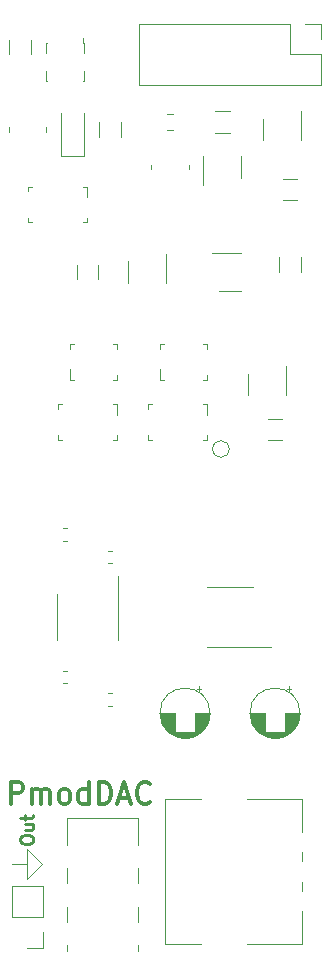
<source format=gbr>
%TF.GenerationSoftware,KiCad,Pcbnew,(5.1.5)-3*%
%TF.CreationDate,2020-11-01T10:27:24+01:00*%
%TF.ProjectId,PmodDAC,506d6f64-4441-4432-9e6b-696361645f70,v0.2*%
%TF.SameCoordinates,Original*%
%TF.FileFunction,Legend,Top*%
%TF.FilePolarity,Positive*%
%FSLAX46Y46*%
G04 Gerber Fmt 4.6, Leading zero omitted, Abs format (unit mm)*
G04 Created by KiCad (PCBNEW (5.1.5)-3) date 2020-11-01 10:27:24*
%MOMM*%
%LPD*%
G04 APERTURE LIST*
%ADD10C,0.120000*%
%ADD11C,0.275000*%
%ADD12C,0.300000*%
G04 APERTURE END LIST*
D10*
X-132715000Y-92710000D02*
X-132715000Y-91440000D01*
X-131445000Y-91440000D02*
X-132715000Y-92710000D01*
X-132715000Y-90170000D02*
X-131445000Y-91440000D01*
X-132715000Y-91440000D02*
X-132715000Y-90170000D01*
X-133985000Y-91440000D02*
X-132715000Y-91440000D01*
D11*
X-133317380Y-89435666D02*
X-133317380Y-89226142D01*
X-133265000Y-89121380D01*
X-133160238Y-89016619D01*
X-132950714Y-88964238D01*
X-132584047Y-88964238D01*
X-132374523Y-89016619D01*
X-132269761Y-89121380D01*
X-132217380Y-89226142D01*
X-132217380Y-89435666D01*
X-132269761Y-89540428D01*
X-132374523Y-89645190D01*
X-132584047Y-89697571D01*
X-132950714Y-89697571D01*
X-133160238Y-89645190D01*
X-133265000Y-89540428D01*
X-133317380Y-89435666D01*
X-132950714Y-88021380D02*
X-132217380Y-88021380D01*
X-132950714Y-88492809D02*
X-132374523Y-88492809D01*
X-132269761Y-88440428D01*
X-132217380Y-88335666D01*
X-132217380Y-88178523D01*
X-132269761Y-88073761D01*
X-132322142Y-88021380D01*
X-132950714Y-87654714D02*
X-132950714Y-87235666D01*
X-133317380Y-87497571D02*
X-132374523Y-87497571D01*
X-132269761Y-87445190D01*
X-132217380Y-87340428D01*
X-132217380Y-87235666D01*
D12*
X-134141428Y-86285285D02*
X-134141428Y-84485285D01*
X-133455714Y-84485285D01*
X-133284285Y-84571000D01*
X-133198571Y-84656714D01*
X-133112857Y-84828142D01*
X-133112857Y-85085285D01*
X-133198571Y-85256714D01*
X-133284285Y-85342428D01*
X-133455714Y-85428142D01*
X-134141428Y-85428142D01*
X-132341428Y-86285285D02*
X-132341428Y-85085285D01*
X-132341428Y-85256714D02*
X-132255714Y-85171000D01*
X-132084285Y-85085285D01*
X-131827142Y-85085285D01*
X-131655714Y-85171000D01*
X-131570000Y-85342428D01*
X-131570000Y-86285285D01*
X-131570000Y-85342428D02*
X-131484285Y-85171000D01*
X-131312857Y-85085285D01*
X-131055714Y-85085285D01*
X-130884285Y-85171000D01*
X-130798571Y-85342428D01*
X-130798571Y-86285285D01*
X-129684285Y-86285285D02*
X-129855714Y-86199571D01*
X-129941428Y-86113857D01*
X-130027142Y-85942428D01*
X-130027142Y-85428142D01*
X-129941428Y-85256714D01*
X-129855714Y-85171000D01*
X-129684285Y-85085285D01*
X-129427142Y-85085285D01*
X-129255714Y-85171000D01*
X-129170000Y-85256714D01*
X-129084285Y-85428142D01*
X-129084285Y-85942428D01*
X-129170000Y-86113857D01*
X-129255714Y-86199571D01*
X-129427142Y-86285285D01*
X-129684285Y-86285285D01*
X-127541428Y-86285285D02*
X-127541428Y-84485285D01*
X-127541428Y-86199571D02*
X-127712857Y-86285285D01*
X-128055714Y-86285285D01*
X-128227142Y-86199571D01*
X-128312857Y-86113857D01*
X-128398571Y-85942428D01*
X-128398571Y-85428142D01*
X-128312857Y-85256714D01*
X-128227142Y-85171000D01*
X-128055714Y-85085285D01*
X-127712857Y-85085285D01*
X-127541428Y-85171000D01*
X-126684285Y-86285285D02*
X-126684285Y-84485285D01*
X-126255714Y-84485285D01*
X-125998571Y-84571000D01*
X-125827142Y-84742428D01*
X-125741428Y-84913857D01*
X-125655714Y-85256714D01*
X-125655714Y-85513857D01*
X-125741428Y-85856714D01*
X-125827142Y-86028142D01*
X-125998571Y-86199571D01*
X-126255714Y-86285285D01*
X-126684285Y-86285285D01*
X-124970000Y-85771000D02*
X-124112857Y-85771000D01*
X-125141428Y-86285285D02*
X-124541428Y-84485285D01*
X-123941428Y-86285285D01*
X-122312857Y-86113857D02*
X-122398571Y-86199571D01*
X-122655714Y-86285285D01*
X-122827142Y-86285285D01*
X-123084285Y-86199571D01*
X-123255714Y-86028142D01*
X-123341428Y-85856714D01*
X-123427142Y-85513857D01*
X-123427142Y-85256714D01*
X-123341428Y-84913857D01*
X-123255714Y-84742428D01*
X-123084285Y-84571000D01*
X-122827142Y-84485285D01*
X-122655714Y-84485285D01*
X-122398571Y-84571000D01*
X-122312857Y-84656714D01*
D10*
%TO.C,U12*%
X-115570000Y-73045000D02*
X-112120000Y-73045000D01*
X-115570000Y-73045000D02*
X-117520000Y-73045000D01*
X-115570000Y-67925000D02*
X-113620000Y-67925000D01*
X-115570000Y-67925000D02*
X-117520000Y-67925000D01*
%TO.C,C24*%
X-129702779Y-76075000D02*
X-129377221Y-76075000D01*
X-129702779Y-75055000D02*
X-129377221Y-75055000D01*
%TO.C,C23*%
X-125892779Y-77980000D02*
X-125567221Y-77980000D01*
X-125892779Y-76960000D02*
X-125567221Y-76960000D01*
%TO.C,C16*%
X-110365000Y-76555199D02*
X-110765000Y-76555199D01*
X-110565000Y-76355199D02*
X-110565000Y-76755199D01*
X-111390000Y-80706000D02*
X-112130000Y-80706000D01*
X-111223000Y-80666000D02*
X-112297000Y-80666000D01*
X-111096000Y-80626000D02*
X-112424000Y-80626000D01*
X-110992000Y-80586000D02*
X-112528000Y-80586000D01*
X-110901000Y-80546000D02*
X-112619000Y-80546000D01*
X-110820000Y-80506000D02*
X-112700000Y-80506000D01*
X-110747000Y-80466000D02*
X-112773000Y-80466000D01*
X-110680000Y-80426000D02*
X-112840000Y-80426000D01*
X-110618000Y-80386000D02*
X-112902000Y-80386000D01*
X-110560000Y-80346000D02*
X-112960000Y-80346000D01*
X-110506000Y-80306000D02*
X-113014000Y-80306000D01*
X-110456000Y-80266000D02*
X-113064000Y-80266000D01*
X-110409000Y-80226000D02*
X-113111000Y-80226000D01*
X-112600000Y-80186000D02*
X-113156000Y-80186000D01*
X-110364000Y-80186000D02*
X-110920000Y-80186000D01*
X-112600000Y-80146000D02*
X-113198000Y-80146000D01*
X-110322000Y-80146000D02*
X-110920000Y-80146000D01*
X-112600000Y-80106000D02*
X-113238000Y-80106000D01*
X-110282000Y-80106000D02*
X-110920000Y-80106000D01*
X-112600000Y-80066000D02*
X-113276000Y-80066000D01*
X-110244000Y-80066000D02*
X-110920000Y-80066000D01*
X-112600000Y-80026000D02*
X-113312000Y-80026000D01*
X-110208000Y-80026000D02*
X-110920000Y-80026000D01*
X-112600000Y-79986000D02*
X-113347000Y-79986000D01*
X-110173000Y-79986000D02*
X-110920000Y-79986000D01*
X-112600000Y-79946000D02*
X-113379000Y-79946000D01*
X-110141000Y-79946000D02*
X-110920000Y-79946000D01*
X-112600000Y-79906000D02*
X-113410000Y-79906000D01*
X-110110000Y-79906000D02*
X-110920000Y-79906000D01*
X-112600000Y-79866000D02*
X-113440000Y-79866000D01*
X-110080000Y-79866000D02*
X-110920000Y-79866000D01*
X-112600000Y-79826000D02*
X-113468000Y-79826000D01*
X-110052000Y-79826000D02*
X-110920000Y-79826000D01*
X-112600000Y-79786000D02*
X-113495000Y-79786000D01*
X-110025000Y-79786000D02*
X-110920000Y-79786000D01*
X-112600000Y-79746000D02*
X-113520000Y-79746000D01*
X-110000000Y-79746000D02*
X-110920000Y-79746000D01*
X-112600000Y-79706000D02*
X-113545000Y-79706000D01*
X-109975000Y-79706000D02*
X-110920000Y-79706000D01*
X-112600000Y-79666000D02*
X-113568000Y-79666000D01*
X-109952000Y-79666000D02*
X-110920000Y-79666000D01*
X-112600000Y-79626000D02*
X-113590000Y-79626000D01*
X-109930000Y-79626000D02*
X-110920000Y-79626000D01*
X-112600000Y-79586000D02*
X-113611000Y-79586000D01*
X-109909000Y-79586000D02*
X-110920000Y-79586000D01*
X-112600000Y-79546000D02*
X-113630000Y-79546000D01*
X-109890000Y-79546000D02*
X-110920000Y-79546000D01*
X-112600000Y-79506000D02*
X-113649000Y-79506000D01*
X-109871000Y-79506000D02*
X-110920000Y-79506000D01*
X-112600000Y-79466000D02*
X-113667000Y-79466000D01*
X-109853000Y-79466000D02*
X-110920000Y-79466000D01*
X-112600000Y-79426000D02*
X-113684000Y-79426000D01*
X-109836000Y-79426000D02*
X-110920000Y-79426000D01*
X-112600000Y-79386000D02*
X-113700000Y-79386000D01*
X-109820000Y-79386000D02*
X-110920000Y-79386000D01*
X-112600000Y-79346000D02*
X-113714000Y-79346000D01*
X-109806000Y-79346000D02*
X-110920000Y-79346000D01*
X-112600000Y-79305000D02*
X-113728000Y-79305000D01*
X-109792000Y-79305000D02*
X-110920000Y-79305000D01*
X-112600000Y-79265000D02*
X-113742000Y-79265000D01*
X-109778000Y-79265000D02*
X-110920000Y-79265000D01*
X-112600000Y-79225000D02*
X-113754000Y-79225000D01*
X-109766000Y-79225000D02*
X-110920000Y-79225000D01*
X-112600000Y-79185000D02*
X-113765000Y-79185000D01*
X-109755000Y-79185000D02*
X-110920000Y-79185000D01*
X-112600000Y-79145000D02*
X-113776000Y-79145000D01*
X-109744000Y-79145000D02*
X-110920000Y-79145000D01*
X-112600000Y-79105000D02*
X-113785000Y-79105000D01*
X-109735000Y-79105000D02*
X-110920000Y-79105000D01*
X-112600000Y-79065000D02*
X-113794000Y-79065000D01*
X-109726000Y-79065000D02*
X-110920000Y-79065000D01*
X-112600000Y-79025000D02*
X-113802000Y-79025000D01*
X-109718000Y-79025000D02*
X-110920000Y-79025000D01*
X-112600000Y-78985000D02*
X-113810000Y-78985000D01*
X-109710000Y-78985000D02*
X-110920000Y-78985000D01*
X-112600000Y-78945000D02*
X-113816000Y-78945000D01*
X-109704000Y-78945000D02*
X-110920000Y-78945000D01*
X-112600000Y-78905000D02*
X-113822000Y-78905000D01*
X-109698000Y-78905000D02*
X-110920000Y-78905000D01*
X-112600000Y-78865000D02*
X-113827000Y-78865000D01*
X-109693000Y-78865000D02*
X-110920000Y-78865000D01*
X-112600000Y-78825000D02*
X-113831000Y-78825000D01*
X-109689000Y-78825000D02*
X-110920000Y-78825000D01*
X-112600000Y-78785000D02*
X-113834000Y-78785000D01*
X-109686000Y-78785000D02*
X-110920000Y-78785000D01*
X-112600000Y-78745000D02*
X-113837000Y-78745000D01*
X-109683000Y-78745000D02*
X-110920000Y-78745000D01*
X-109681000Y-78705000D02*
X-110920000Y-78705000D01*
X-112600000Y-78705000D02*
X-113839000Y-78705000D01*
X-109680000Y-78665000D02*
X-110920000Y-78665000D01*
X-112600000Y-78665000D02*
X-113840000Y-78665000D01*
X-109680000Y-78625000D02*
X-110920000Y-78625000D01*
X-112600000Y-78625000D02*
X-113840000Y-78625000D01*
X-109640000Y-78625000D02*
G75*
G03X-109640000Y-78625000I-2120000J0D01*
G01*
%TO.C,U11*%
X-125075000Y-70485000D02*
X-125075000Y-67035000D01*
X-125075000Y-70485000D02*
X-125075000Y-72435000D01*
X-130195000Y-70485000D02*
X-130195000Y-68535000D01*
X-130195000Y-70485000D02*
X-130195000Y-72435000D01*
%TO.C,R40*%
X-121055000Y-98205000D02*
X-121055000Y-85865000D01*
X-109465000Y-88665000D02*
X-109465000Y-85865000D01*
X-109465000Y-91164000D02*
X-109465000Y-90405000D01*
X-109465000Y-93664000D02*
X-109465000Y-92905000D01*
X-109465000Y-98205000D02*
X-109465000Y-95406000D01*
X-118040000Y-85865000D02*
X-121055000Y-85865000D01*
X-109465000Y-85865000D02*
X-114131000Y-85865000D01*
X-118040000Y-98205000D02*
X-121055000Y-98205000D01*
X-109465000Y-98205000D02*
X-114131000Y-98205000D01*
%TO.C,J4*%
X-129365000Y-87520000D02*
X-126365000Y-87520000D01*
X-129365000Y-92770000D02*
X-129365000Y-91770000D01*
X-129365000Y-91770000D02*
X-129365000Y-92520000D01*
X-129365000Y-92520000D02*
X-129365000Y-93020000D01*
X-129365000Y-98270000D02*
X-129365000Y-98770000D01*
X-129365000Y-96270000D02*
X-129365000Y-95020000D01*
X-129365000Y-89770000D02*
X-129365000Y-87520000D01*
X-123365000Y-87520000D02*
X-126365000Y-87520000D01*
X-123365000Y-89770000D02*
X-123365000Y-87520000D01*
X-123365000Y-92520000D02*
X-123365000Y-93020000D01*
X-123365000Y-91770000D02*
X-123365000Y-92520000D01*
X-123365000Y-92770000D02*
X-123365000Y-91770000D01*
X-123365000Y-96270000D02*
X-123365000Y-95020000D01*
X-123365000Y-98270000D02*
X-123365000Y-98770000D01*
%TO.C,C33*%
X-117985000Y-76555199D02*
X-118385000Y-76555199D01*
X-118185000Y-76355199D02*
X-118185000Y-76755199D01*
X-119010000Y-80706000D02*
X-119750000Y-80706000D01*
X-118843000Y-80666000D02*
X-119917000Y-80666000D01*
X-118716000Y-80626000D02*
X-120044000Y-80626000D01*
X-118612000Y-80586000D02*
X-120148000Y-80586000D01*
X-118521000Y-80546000D02*
X-120239000Y-80546000D01*
X-118440000Y-80506000D02*
X-120320000Y-80506000D01*
X-118367000Y-80466000D02*
X-120393000Y-80466000D01*
X-118300000Y-80426000D02*
X-120460000Y-80426000D01*
X-118238000Y-80386000D02*
X-120522000Y-80386000D01*
X-118180000Y-80346000D02*
X-120580000Y-80346000D01*
X-118126000Y-80306000D02*
X-120634000Y-80306000D01*
X-118076000Y-80266000D02*
X-120684000Y-80266000D01*
X-118029000Y-80226000D02*
X-120731000Y-80226000D01*
X-120220000Y-80186000D02*
X-120776000Y-80186000D01*
X-117984000Y-80186000D02*
X-118540000Y-80186000D01*
X-120220000Y-80146000D02*
X-120818000Y-80146000D01*
X-117942000Y-80146000D02*
X-118540000Y-80146000D01*
X-120220000Y-80106000D02*
X-120858000Y-80106000D01*
X-117902000Y-80106000D02*
X-118540000Y-80106000D01*
X-120220000Y-80066000D02*
X-120896000Y-80066000D01*
X-117864000Y-80066000D02*
X-118540000Y-80066000D01*
X-120220000Y-80026000D02*
X-120932000Y-80026000D01*
X-117828000Y-80026000D02*
X-118540000Y-80026000D01*
X-120220000Y-79986000D02*
X-120967000Y-79986000D01*
X-117793000Y-79986000D02*
X-118540000Y-79986000D01*
X-120220000Y-79946000D02*
X-120999000Y-79946000D01*
X-117761000Y-79946000D02*
X-118540000Y-79946000D01*
X-120220000Y-79906000D02*
X-121030000Y-79906000D01*
X-117730000Y-79906000D02*
X-118540000Y-79906000D01*
X-120220000Y-79866000D02*
X-121060000Y-79866000D01*
X-117700000Y-79866000D02*
X-118540000Y-79866000D01*
X-120220000Y-79826000D02*
X-121088000Y-79826000D01*
X-117672000Y-79826000D02*
X-118540000Y-79826000D01*
X-120220000Y-79786000D02*
X-121115000Y-79786000D01*
X-117645000Y-79786000D02*
X-118540000Y-79786000D01*
X-120220000Y-79746000D02*
X-121140000Y-79746000D01*
X-117620000Y-79746000D02*
X-118540000Y-79746000D01*
X-120220000Y-79706000D02*
X-121165000Y-79706000D01*
X-117595000Y-79706000D02*
X-118540000Y-79706000D01*
X-120220000Y-79666000D02*
X-121188000Y-79666000D01*
X-117572000Y-79666000D02*
X-118540000Y-79666000D01*
X-120220000Y-79626000D02*
X-121210000Y-79626000D01*
X-117550000Y-79626000D02*
X-118540000Y-79626000D01*
X-120220000Y-79586000D02*
X-121231000Y-79586000D01*
X-117529000Y-79586000D02*
X-118540000Y-79586000D01*
X-120220000Y-79546000D02*
X-121250000Y-79546000D01*
X-117510000Y-79546000D02*
X-118540000Y-79546000D01*
X-120220000Y-79506000D02*
X-121269000Y-79506000D01*
X-117491000Y-79506000D02*
X-118540000Y-79506000D01*
X-120220000Y-79466000D02*
X-121287000Y-79466000D01*
X-117473000Y-79466000D02*
X-118540000Y-79466000D01*
X-120220000Y-79426000D02*
X-121304000Y-79426000D01*
X-117456000Y-79426000D02*
X-118540000Y-79426000D01*
X-120220000Y-79386000D02*
X-121320000Y-79386000D01*
X-117440000Y-79386000D02*
X-118540000Y-79386000D01*
X-120220000Y-79346000D02*
X-121334000Y-79346000D01*
X-117426000Y-79346000D02*
X-118540000Y-79346000D01*
X-120220000Y-79305000D02*
X-121348000Y-79305000D01*
X-117412000Y-79305000D02*
X-118540000Y-79305000D01*
X-120220000Y-79265000D02*
X-121362000Y-79265000D01*
X-117398000Y-79265000D02*
X-118540000Y-79265000D01*
X-120220000Y-79225000D02*
X-121374000Y-79225000D01*
X-117386000Y-79225000D02*
X-118540000Y-79225000D01*
X-120220000Y-79185000D02*
X-121385000Y-79185000D01*
X-117375000Y-79185000D02*
X-118540000Y-79185000D01*
X-120220000Y-79145000D02*
X-121396000Y-79145000D01*
X-117364000Y-79145000D02*
X-118540000Y-79145000D01*
X-120220000Y-79105000D02*
X-121405000Y-79105000D01*
X-117355000Y-79105000D02*
X-118540000Y-79105000D01*
X-120220000Y-79065000D02*
X-121414000Y-79065000D01*
X-117346000Y-79065000D02*
X-118540000Y-79065000D01*
X-120220000Y-79025000D02*
X-121422000Y-79025000D01*
X-117338000Y-79025000D02*
X-118540000Y-79025000D01*
X-120220000Y-78985000D02*
X-121430000Y-78985000D01*
X-117330000Y-78985000D02*
X-118540000Y-78985000D01*
X-120220000Y-78945000D02*
X-121436000Y-78945000D01*
X-117324000Y-78945000D02*
X-118540000Y-78945000D01*
X-120220000Y-78905000D02*
X-121442000Y-78905000D01*
X-117318000Y-78905000D02*
X-118540000Y-78905000D01*
X-120220000Y-78865000D02*
X-121447000Y-78865000D01*
X-117313000Y-78865000D02*
X-118540000Y-78865000D01*
X-120220000Y-78825000D02*
X-121451000Y-78825000D01*
X-117309000Y-78825000D02*
X-118540000Y-78825000D01*
X-120220000Y-78785000D02*
X-121454000Y-78785000D01*
X-117306000Y-78785000D02*
X-118540000Y-78785000D01*
X-120220000Y-78745000D02*
X-121457000Y-78745000D01*
X-117303000Y-78745000D02*
X-118540000Y-78745000D01*
X-117301000Y-78705000D02*
X-118540000Y-78705000D01*
X-120220000Y-78705000D02*
X-121459000Y-78705000D01*
X-117300000Y-78665000D02*
X-118540000Y-78665000D01*
X-120220000Y-78665000D02*
X-121460000Y-78665000D01*
X-117300000Y-78625000D02*
X-118540000Y-78625000D01*
X-120220000Y-78625000D02*
X-121460000Y-78625000D01*
X-117260000Y-78625000D02*
G75*
G03X-117260000Y-78625000I-2120000J0D01*
G01*
%TO.C,C25*%
X-129377221Y-62990000D02*
X-129702779Y-62990000D01*
X-129377221Y-64010000D02*
X-129702779Y-64010000D01*
%TO.C,C21*%
X-125567221Y-64895000D02*
X-125892779Y-64895000D01*
X-125567221Y-65915000D02*
X-125892779Y-65915000D01*
%TO.C,U20*%
X-127675000Y-34060000D02*
X-128050000Y-34060000D01*
X-127675000Y-34935000D02*
X-127675000Y-34060000D01*
X-127675000Y-37060000D02*
X-127675000Y-36685000D01*
X-128050000Y-37060000D02*
X-127675000Y-37060000D01*
X-132675000Y-34060000D02*
X-132675000Y-34435000D01*
X-132300000Y-34060000D02*
X-132675000Y-34060000D01*
X-132675000Y-37060000D02*
X-132675000Y-36685000D01*
X-132300000Y-37060000D02*
X-132675000Y-37060000D01*
%TO.C,U10*%
X-120945000Y-42175000D02*
X-120945000Y-39725000D01*
X-124165000Y-40375000D02*
X-124165000Y-42175000D01*
%TO.C,U9*%
X-109515000Y-30110000D02*
X-109515000Y-27660000D01*
X-112735000Y-28310000D02*
X-112735000Y-30110000D01*
%TO.C,U8*%
X-114670000Y-39665000D02*
X-117120000Y-39665000D01*
X-116470000Y-42885000D02*
X-114670000Y-42885000D01*
%TO.C,U7*%
X-110784999Y-51700000D02*
X-110784999Y-49250000D01*
X-114004999Y-49900000D02*
X-114004999Y-51700000D01*
%TO.C,U6*%
X-117515000Y-52475000D02*
X-117890000Y-52475000D01*
X-117515000Y-53350000D02*
X-117515000Y-52475000D01*
X-117515000Y-55475000D02*
X-117515000Y-55100000D01*
X-117890000Y-55475000D02*
X-117515000Y-55475000D01*
X-122515000Y-52475000D02*
X-122515000Y-52850000D01*
X-122140000Y-52475000D02*
X-122515000Y-52475000D01*
X-122515000Y-55475000D02*
X-122515000Y-55100000D01*
X-122140000Y-55475000D02*
X-122515000Y-55475000D01*
%TO.C,U5*%
X-125135000Y-52475000D02*
X-125510000Y-52475000D01*
X-125135000Y-53350000D02*
X-125135000Y-52475000D01*
X-125135000Y-55475000D02*
X-125135000Y-55100000D01*
X-125510000Y-55475000D02*
X-125135000Y-55475000D01*
X-130135000Y-52475000D02*
X-130135000Y-52850000D01*
X-129760000Y-52475000D02*
X-130135000Y-52475000D01*
X-130135000Y-55475000D02*
X-130135000Y-55100000D01*
X-129760000Y-55475000D02*
X-130135000Y-55475000D01*
%TO.C,U4*%
X-127940000Y-22695000D02*
X-127940000Y-21895000D01*
X-127940000Y-21895000D02*
X-128040000Y-21895000D01*
X-127940000Y-24295000D02*
X-127940000Y-25095000D01*
X-127940000Y-25095000D02*
X-128040000Y-25095000D01*
X-131040000Y-21895000D02*
X-131140000Y-21895000D01*
X-131140000Y-21895000D02*
X-131140000Y-22695000D01*
X-131140000Y-24295000D02*
X-131140000Y-25095000D01*
X-131140000Y-25095000D02*
X-131040000Y-25095000D01*
X-128040000Y-21895000D02*
X-128040000Y-21495000D01*
%TO.C,U3*%
X-117815000Y-31485000D02*
X-117815000Y-33935000D01*
X-114595000Y-33285000D02*
X-114595000Y-31485000D01*
%TO.C,U2*%
X-121515000Y-50395000D02*
X-121140000Y-50395000D01*
X-121515000Y-49520000D02*
X-121515000Y-50395000D01*
X-121515000Y-47395000D02*
X-121515000Y-47770000D01*
X-121140000Y-47395000D02*
X-121515000Y-47395000D01*
X-117515000Y-50395000D02*
X-117515000Y-50020000D01*
X-117890000Y-50395000D02*
X-117515000Y-50395000D01*
X-117515000Y-47395000D02*
X-117515000Y-47770000D01*
X-117890000Y-47395000D02*
X-117515000Y-47395000D01*
%TO.C,U1*%
X-129135000Y-50395000D02*
X-128760000Y-50395000D01*
X-129135000Y-49520000D02*
X-129135000Y-50395000D01*
X-129135000Y-47395000D02*
X-129135000Y-47770000D01*
X-128760000Y-47395000D02*
X-129135000Y-47395000D01*
X-125135000Y-50395000D02*
X-125135000Y-50020000D01*
X-125510000Y-50395000D02*
X-125135000Y-50395000D01*
X-125135000Y-47395000D02*
X-125135000Y-47770000D01*
X-125510000Y-47395000D02*
X-125135000Y-47395000D01*
%TO.C,TP5*%
X-115632000Y-56261000D02*
G75*
G03X-115632000Y-56261000I-700000J0D01*
G01*
%TO.C,L2*%
X-134315000Y-29010000D02*
X-134315000Y-29410000D01*
X-131115000Y-29010000D02*
X-131115000Y-29410000D01*
%TO.C,L1*%
X-122250000Y-32185000D02*
X-122250000Y-32585000D01*
X-119050000Y-32185000D02*
X-119050000Y-32585000D01*
%TO.C,J3*%
X-107890000Y-20260000D02*
X-107890000Y-21590000D01*
X-109220000Y-20260000D02*
X-107890000Y-20260000D01*
X-107890000Y-22860000D02*
X-107890000Y-25460000D01*
X-110490000Y-22860000D02*
X-107890000Y-22860000D01*
X-110490000Y-20260000D02*
X-110490000Y-22860000D01*
X-107890000Y-25460000D02*
X-123250000Y-25460000D01*
X-110490000Y-20260000D02*
X-123250000Y-20260000D01*
X-123250000Y-20260000D02*
X-123250000Y-25460000D01*
%TO.C,J1*%
X-131385000Y-98485000D02*
X-132715000Y-98485000D01*
X-131385000Y-97155000D02*
X-131385000Y-98485000D01*
X-131385000Y-95885000D02*
X-134045000Y-95885000D01*
X-134045000Y-95885000D02*
X-134045000Y-93285000D01*
X-131385000Y-95885000D02*
X-131385000Y-93285000D01*
X-131385000Y-93285000D02*
X-134045000Y-93285000D01*
%TO.C,D1*%
X-129915000Y-31490000D02*
X-129915000Y-27810000D01*
X-127895000Y-31490000D02*
X-127895000Y-27810000D01*
X-129915000Y-31490000D02*
X-127895000Y-31490000D01*
%TO.C,C27*%
X-111157936Y-53700000D02*
X-112362064Y-53700000D01*
X-111157936Y-55520000D02*
X-112362064Y-55520000D01*
%TO.C,C20*%
X-128545000Y-40672936D02*
X-128545000Y-41877064D01*
X-126725000Y-40672936D02*
X-126725000Y-41877064D01*
%TO.C,C18*%
X-109887936Y-33380000D02*
X-111092064Y-33380000D01*
X-109887936Y-35200000D02*
X-111092064Y-35200000D01*
%TO.C,C17*%
X-111400000Y-40037936D02*
X-111400000Y-41242064D01*
X-109580000Y-40037936D02*
X-109580000Y-41242064D01*
%TO.C,C11*%
X-124820000Y-29812064D02*
X-124820000Y-28607936D01*
X-126640000Y-29812064D02*
X-126640000Y-28607936D01*
%TO.C,C8*%
X-115602936Y-27665000D02*
X-116807064Y-27665000D01*
X-115602936Y-29485000D02*
X-116807064Y-29485000D01*
%TO.C,C2*%
X-134260000Y-21622936D02*
X-134260000Y-22827064D01*
X-132440000Y-21622936D02*
X-132440000Y-22827064D01*
%TO.C,C1*%
X-120908578Y-27865000D02*
X-120391422Y-27865000D01*
X-120908578Y-29285000D02*
X-120391422Y-29285000D01*
%TD*%
M02*

</source>
